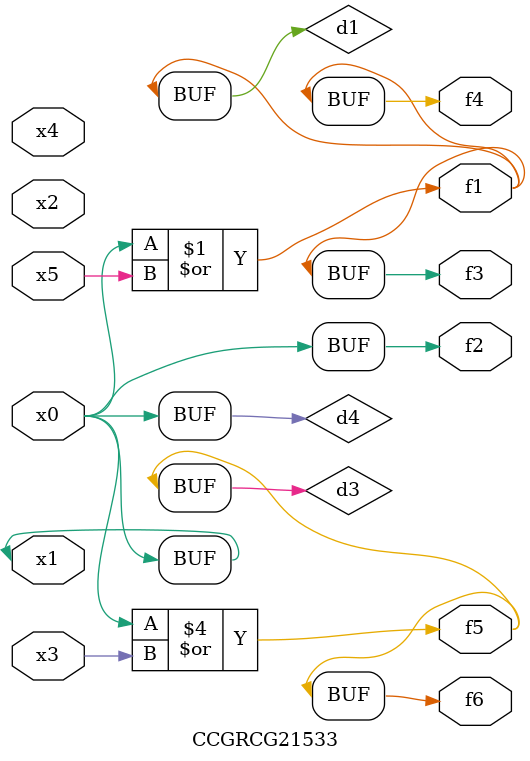
<source format=v>
module CCGRCG21533(
	input x0, x1, x2, x3, x4, x5,
	output f1, f2, f3, f4, f5, f6
);

	wire d1, d2, d3, d4;

	or (d1, x0, x5);
	xnor (d2, x1, x4);
	or (d3, x0, x3);
	buf (d4, x0, x1);
	assign f1 = d1;
	assign f2 = d4;
	assign f3 = d1;
	assign f4 = d1;
	assign f5 = d3;
	assign f6 = d3;
endmodule

</source>
